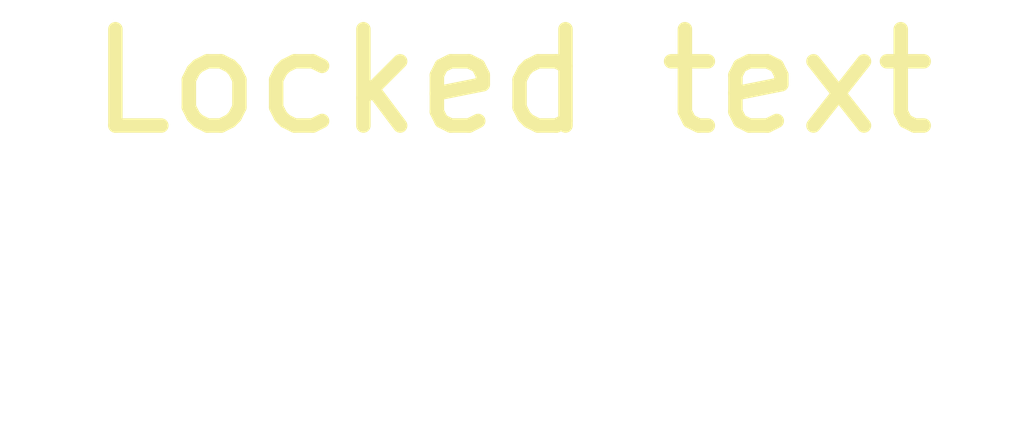
<source format=kicad_pcb>
(kicad_pcb (version 20221018) (generator pcbnew)
  (title_block (date "2023-11-15"))
  (layers (0 "F.Cu" signal) (31 "B.Cu" signal) (34 "B.Paste" user) (35 "F.Paste" user) (36 "B.SilkS" user "B.Silkscreen") (37 "F.SilkS" user "F.Silkscreen") (38 "B.Mask" user) (39 "F.Mask" user) (44 "Edge.Cuts" user))
  (net 0 "")
  (footprint "Test:FP_TEXT" (layer "F.Cu") (at 0 0)
    (fp_text reference locked "Locked text" (at 0 -1.43) (layer "F.SilkS"))
    (fp_text value "Unlocked text")
  )
)
</source>
